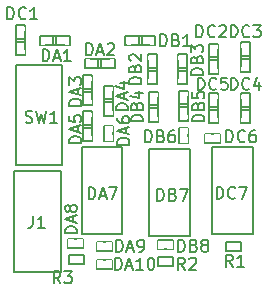
<source format=gbr>
G04 #@! TF.GenerationSoftware,KiCad,Pcbnew,(5.0.1)-3*
G04 #@! TF.CreationDate,2019-03-05T12:35:37-07:00*
G04 #@! TF.ProjectId,BatteryPowerLevel,42617474657279506F7765724C657665,rev?*
G04 #@! TF.SameCoordinates,Original*
G04 #@! TF.FileFunction,Legend,Top*
G04 #@! TF.FilePolarity,Positive*
%FSLAX46Y46*%
G04 Gerber Fmt 4.6, Leading zero omitted, Abs format (unit mm)*
G04 Created by KiCad (PCBNEW (5.0.1)-3) date 2019-03-05 12:35:37 PM*
%MOMM*%
%LPD*%
G01*
G04 APERTURE LIST*
%ADD10C,0.150000*%
%ADD11R,0.800000X0.400000*%
%ADD12R,0.400000X0.800000*%
%ADD13R,0.700000X0.500000*%
%ADD14C,2.000000*%
%ADD15R,2.000000X2.000000*%
%ADD16R,0.500000X0.700000*%
%ADD17C,3.000000*%
%ADD18R,0.300000X0.600000*%
G04 APERTURE END LIST*
D10*
G04 #@! TO.C,DA3*
X139192000Y-90551000D02*
X138430000Y-90551000D01*
X138430000Y-90551000D02*
X138430000Y-88011000D01*
X138430000Y-88011000D02*
X139192000Y-88011000D01*
X139192000Y-88011000D02*
X139192000Y-90551000D01*
X139192000Y-89408000D02*
X138430000Y-89408000D01*
X138430000Y-89408000D02*
X138430000Y-89154000D01*
X138430000Y-89154000D02*
X139192000Y-89154000D01*
G04 #@! TO.C,DA1*
X135890000Y-85471000D02*
X135890000Y-84709000D01*
X136144000Y-85471000D02*
X135890000Y-85471000D01*
X136144000Y-84709000D02*
X136144000Y-85471000D01*
X134747000Y-84709000D02*
X137287000Y-84709000D01*
X134747000Y-85471000D02*
X134747000Y-84709000D01*
X137287000Y-85471000D02*
X134747000Y-85471000D01*
X137287000Y-84709000D02*
X137287000Y-85471000D01*
G04 #@! TO.C,DA2*
X141097000Y-86614000D02*
X141097000Y-87376000D01*
X141097000Y-87376000D02*
X138557000Y-87376000D01*
X138557000Y-87376000D02*
X138557000Y-86614000D01*
X138557000Y-86614000D02*
X141097000Y-86614000D01*
X139954000Y-86614000D02*
X139954000Y-87376000D01*
X139954000Y-87376000D02*
X139700000Y-87376000D01*
X139700000Y-87376000D02*
X139700000Y-86614000D01*
G04 #@! TO.C,DA4*
X140208000Y-90043000D02*
X140970000Y-90043000D01*
X140208000Y-90297000D02*
X140208000Y-90043000D01*
X140970000Y-90297000D02*
X140208000Y-90297000D01*
X140970000Y-88900000D02*
X140970000Y-91440000D01*
X140208000Y-88900000D02*
X140970000Y-88900000D01*
X140208000Y-91440000D02*
X140208000Y-88900000D01*
X140970000Y-91440000D02*
X140208000Y-91440000D01*
G04 #@! TO.C,DA5*
X138430000Y-92202000D02*
X139192000Y-92202000D01*
X138430000Y-92456000D02*
X138430000Y-92202000D01*
X139192000Y-92456000D02*
X138430000Y-92456000D01*
X139192000Y-91059000D02*
X139192000Y-93599000D01*
X138430000Y-91059000D02*
X139192000Y-91059000D01*
X138430000Y-93599000D02*
X138430000Y-91059000D01*
X139192000Y-93599000D02*
X138430000Y-93599000D01*
G04 #@! TO.C,DA6*
X140970000Y-92329000D02*
X140970000Y-93599000D01*
X140970000Y-93599000D02*
X140208000Y-93599000D01*
X140208000Y-93599000D02*
X140208000Y-92329000D01*
X140208000Y-92329000D02*
X140970000Y-92329000D01*
G04 #@! TO.C,DA7*
X141732000Y-94361000D02*
X141732000Y-101473000D01*
X141732000Y-101473000D02*
X138303000Y-101473000D01*
X138303000Y-101473000D02*
X138303000Y-94107000D01*
X138303000Y-94107000D02*
X141732000Y-94107000D01*
X141732000Y-94107000D02*
X141732000Y-94361000D01*
G04 #@! TO.C,DA8*
X137154000Y-102616000D02*
X137154000Y-101854000D01*
X138424000Y-102616000D02*
X137154000Y-102616000D01*
X138424000Y-101854000D02*
X138424000Y-102616000D01*
X137154000Y-101854000D02*
X138424000Y-101854000D01*
G04 #@! TO.C,DA9*
X139567000Y-102108000D02*
X140837000Y-102108000D01*
X140837000Y-102108000D02*
X140837000Y-102870000D01*
X140837000Y-102870000D02*
X139567000Y-102870000D01*
X139567000Y-102870000D02*
X139567000Y-102108000D01*
G04 #@! TO.C,DA10*
X140843000Y-103632000D02*
X140843000Y-104394000D01*
X139573000Y-103632000D02*
X140843000Y-103632000D01*
X139573000Y-104394000D02*
X139573000Y-103632000D01*
X140843000Y-104394000D02*
X139573000Y-104394000D01*
G04 #@! TO.C,DB1*
X144526000Y-84709000D02*
X144526000Y-85471000D01*
X144526000Y-85471000D02*
X141986000Y-85471000D01*
X141986000Y-85471000D02*
X141986000Y-84709000D01*
X141986000Y-84709000D02*
X144526000Y-84709000D01*
X143383000Y-84709000D02*
X143383000Y-85471000D01*
X143383000Y-85471000D02*
X143129000Y-85471000D01*
X143129000Y-85471000D02*
X143129000Y-84709000D01*
G04 #@! TO.C,DB2*
X143891000Y-87376000D02*
X144653000Y-87376000D01*
X143891000Y-87630000D02*
X143891000Y-87376000D01*
X144653000Y-87630000D02*
X143891000Y-87630000D01*
X144653000Y-86233000D02*
X144653000Y-88773000D01*
X143891000Y-86233000D02*
X144653000Y-86233000D01*
X143891000Y-88773000D02*
X143891000Y-86233000D01*
X144653000Y-88773000D02*
X143891000Y-88773000D01*
G04 #@! TO.C,DB3*
X146431000Y-87376000D02*
X147193000Y-87376000D01*
X146431000Y-87630000D02*
X146431000Y-87376000D01*
X147193000Y-87630000D02*
X146431000Y-87630000D01*
X147193000Y-86233000D02*
X147193000Y-88773000D01*
X146431000Y-86233000D02*
X147193000Y-86233000D01*
X146431000Y-88773000D02*
X146431000Y-86233000D01*
X147193000Y-88773000D02*
X146431000Y-88773000D01*
G04 #@! TO.C,DB4*
X144780000Y-91948000D02*
X144018000Y-91948000D01*
X144018000Y-91948000D02*
X144018000Y-89408000D01*
X144018000Y-89408000D02*
X144780000Y-89408000D01*
X144780000Y-89408000D02*
X144780000Y-91948000D01*
X144780000Y-90805000D02*
X144018000Y-90805000D01*
X144018000Y-90805000D02*
X144018000Y-90551000D01*
X144018000Y-90551000D02*
X144780000Y-90551000D01*
G04 #@! TO.C,DB5*
X146558000Y-90440000D02*
X147320000Y-90440000D01*
X146558000Y-90694000D02*
X146558000Y-90440000D01*
X147320000Y-90694000D02*
X146558000Y-90694000D01*
X147320000Y-89297000D02*
X147320000Y-91837000D01*
X146558000Y-89297000D02*
X147320000Y-89297000D01*
X146558000Y-91837000D02*
X146558000Y-89297000D01*
X147320000Y-91837000D02*
X146558000Y-91837000D01*
G04 #@! TO.C,DB6*
X147320000Y-92456000D02*
X147320000Y-93726000D01*
X147320000Y-93726000D02*
X146558000Y-93726000D01*
X146558000Y-93726000D02*
X146558000Y-92456000D01*
X146558000Y-92456000D02*
X147320000Y-92456000D01*
G04 #@! TO.C,DB7*
X147447000Y-94488000D02*
X147447000Y-101600000D01*
X147447000Y-101600000D02*
X144018000Y-101600000D01*
X144018000Y-101600000D02*
X144018000Y-94234000D01*
X144018000Y-94234000D02*
X147447000Y-94234000D01*
X147447000Y-94234000D02*
X147447000Y-94488000D01*
G04 #@! TO.C,DB8*
X144780000Y-101981000D02*
X146050000Y-101981000D01*
X146050000Y-101981000D02*
X146050000Y-102743000D01*
X146050000Y-102743000D02*
X144780000Y-102743000D01*
X144780000Y-102743000D02*
X144780000Y-101981000D01*
G04 #@! TO.C,DC1*
X132730240Y-83789520D02*
X133492240Y-83789520D01*
X133492240Y-83789520D02*
X133492240Y-86329520D01*
X133492240Y-86329520D02*
X132730240Y-86329520D01*
X132730240Y-86329520D02*
X132730240Y-83789520D01*
X132730240Y-84932520D02*
X133492240Y-84932520D01*
X133492240Y-84932520D02*
X133492240Y-85186520D01*
X133492240Y-85186520D02*
X132730240Y-85186520D01*
G04 #@! TO.C,DC2*
X149860000Y-87884000D02*
X149098000Y-87884000D01*
X149098000Y-87884000D02*
X149098000Y-85344000D01*
X149098000Y-85344000D02*
X149860000Y-85344000D01*
X149860000Y-85344000D02*
X149860000Y-87884000D01*
X149860000Y-86741000D02*
X149098000Y-86741000D01*
X149098000Y-86741000D02*
X149098000Y-86487000D01*
X149098000Y-86487000D02*
X149860000Y-86487000D01*
G04 #@! TO.C,DC3*
X151765000Y-86360000D02*
X152527000Y-86360000D01*
X151765000Y-86614000D02*
X151765000Y-86360000D01*
X152527000Y-86614000D02*
X151765000Y-86614000D01*
X152527000Y-85217000D02*
X152527000Y-87757000D01*
X151765000Y-85217000D02*
X152527000Y-85217000D01*
X151765000Y-87757000D02*
X151765000Y-85217000D01*
X152527000Y-87757000D02*
X151765000Y-87757000D01*
G04 #@! TO.C,DC4*
X152527000Y-92075000D02*
X151765000Y-92075000D01*
X151765000Y-92075000D02*
X151765000Y-89535000D01*
X151765000Y-89535000D02*
X152527000Y-89535000D01*
X152527000Y-89535000D02*
X152527000Y-92075000D01*
X152527000Y-90932000D02*
X151765000Y-90932000D01*
X151765000Y-90932000D02*
X151765000Y-90678000D01*
X151765000Y-90678000D02*
X152527000Y-90678000D01*
G04 #@! TO.C,DC5*
X149860000Y-92075000D02*
X149098000Y-92075000D01*
X149098000Y-92075000D02*
X149098000Y-89535000D01*
X149098000Y-89535000D02*
X149860000Y-89535000D01*
X149860000Y-89535000D02*
X149860000Y-92075000D01*
X149860000Y-90932000D02*
X149098000Y-90932000D01*
X149098000Y-90932000D02*
X149098000Y-90678000D01*
X149098000Y-90678000D02*
X149860000Y-90678000D01*
G04 #@! TO.C,DC6*
X149987000Y-92964000D02*
X149987000Y-93726000D01*
X148717000Y-92964000D02*
X149987000Y-92964000D01*
X148717000Y-93726000D02*
X148717000Y-92964000D01*
X149987000Y-93726000D02*
X148717000Y-93726000D01*
G04 #@! TO.C,DC7*
X152781000Y-94107000D02*
X152781000Y-94361000D01*
X149352000Y-94107000D02*
X152781000Y-94107000D01*
X149352000Y-101473000D02*
X149352000Y-94107000D01*
X152781000Y-101473000D02*
X149352000Y-101473000D01*
X152781000Y-94361000D02*
X152781000Y-101473000D01*
G04 #@! TO.C,J1*
X136525000Y-96139000D02*
X136525000Y-104648000D01*
X136525000Y-104648000D02*
X132588000Y-104648000D01*
X132588000Y-104648000D02*
X132588000Y-96139000D01*
X132588000Y-96139000D02*
X136525000Y-96139000D01*
G04 #@! TO.C,R1*
X151765000Y-102870000D02*
X150495000Y-102870000D01*
X150495000Y-102870000D02*
X150495000Y-102108000D01*
X150495000Y-102108000D02*
X151765000Y-102108000D01*
X151765000Y-102108000D02*
X151765000Y-102870000D01*
G04 #@! TO.C,R2*
X146050000Y-104140000D02*
X144780000Y-104140000D01*
X144780000Y-104140000D02*
X144780000Y-103378000D01*
X144780000Y-103378000D02*
X146050000Y-103378000D01*
X146050000Y-103378000D02*
X146050000Y-104140000D01*
G04 #@! TO.C,R3*
X138453000Y-103251000D02*
X138453000Y-104013000D01*
X137183000Y-103251000D02*
X138453000Y-103251000D01*
X137183000Y-104013000D02*
X137183000Y-103251000D01*
X138453000Y-104013000D02*
X137183000Y-104013000D01*
G04 #@! TO.C,SW1*
X136652000Y-95631000D02*
X132715000Y-95631000D01*
X136652000Y-87122000D02*
X136652000Y-95631000D01*
X132715000Y-87122000D02*
X136652000Y-87122000D01*
X132715000Y-95631000D02*
X132715000Y-87122000D01*
G04 #@! TO.C,DA3*
X138247380Y-90574666D02*
X137247380Y-90574666D01*
X137247380Y-90336571D01*
X137295000Y-90193714D01*
X137390238Y-90098476D01*
X137485476Y-90050857D01*
X137675952Y-90003238D01*
X137818809Y-90003238D01*
X138009285Y-90050857D01*
X138104523Y-90098476D01*
X138199761Y-90193714D01*
X138247380Y-90336571D01*
X138247380Y-90574666D01*
X137961666Y-89622285D02*
X137961666Y-89146095D01*
X138247380Y-89717523D02*
X137247380Y-89384190D01*
X138247380Y-89050857D01*
X137247380Y-88812761D02*
X137247380Y-88193714D01*
X137628333Y-88527047D01*
X137628333Y-88384190D01*
X137675952Y-88288952D01*
X137723571Y-88241333D01*
X137818809Y-88193714D01*
X138056904Y-88193714D01*
X138152142Y-88241333D01*
X138199761Y-88288952D01*
X138247380Y-88384190D01*
X138247380Y-88669904D01*
X138199761Y-88765142D01*
X138152142Y-88812761D01*
G04 #@! TO.C,DA1*
X134977333Y-86812380D02*
X134977333Y-85812380D01*
X135215428Y-85812380D01*
X135358285Y-85860000D01*
X135453523Y-85955238D01*
X135501142Y-86050476D01*
X135548761Y-86240952D01*
X135548761Y-86383809D01*
X135501142Y-86574285D01*
X135453523Y-86669523D01*
X135358285Y-86764761D01*
X135215428Y-86812380D01*
X134977333Y-86812380D01*
X135929714Y-86526666D02*
X136405904Y-86526666D01*
X135834476Y-86812380D02*
X136167809Y-85812380D01*
X136501142Y-86812380D01*
X137358285Y-86812380D02*
X136786857Y-86812380D01*
X137072571Y-86812380D02*
X137072571Y-85812380D01*
X136977333Y-85955238D01*
X136882095Y-86050476D01*
X136786857Y-86098095D01*
G04 #@! TO.C,DA2*
X138660333Y-86304380D02*
X138660333Y-85304380D01*
X138898428Y-85304380D01*
X139041285Y-85352000D01*
X139136523Y-85447238D01*
X139184142Y-85542476D01*
X139231761Y-85732952D01*
X139231761Y-85875809D01*
X139184142Y-86066285D01*
X139136523Y-86161523D01*
X139041285Y-86256761D01*
X138898428Y-86304380D01*
X138660333Y-86304380D01*
X139612714Y-86018666D02*
X140088904Y-86018666D01*
X139517476Y-86304380D02*
X139850809Y-85304380D01*
X140184142Y-86304380D01*
X140469857Y-85399619D02*
X140517476Y-85352000D01*
X140612714Y-85304380D01*
X140850809Y-85304380D01*
X140946047Y-85352000D01*
X140993666Y-85399619D01*
X141041285Y-85494857D01*
X141041285Y-85590095D01*
X140993666Y-85732952D01*
X140422238Y-86304380D01*
X141041285Y-86304380D01*
G04 #@! TO.C,DA4*
X142184380Y-90955666D02*
X141184380Y-90955666D01*
X141184380Y-90717571D01*
X141232000Y-90574714D01*
X141327238Y-90479476D01*
X141422476Y-90431857D01*
X141612952Y-90384238D01*
X141755809Y-90384238D01*
X141946285Y-90431857D01*
X142041523Y-90479476D01*
X142136761Y-90574714D01*
X142184380Y-90717571D01*
X142184380Y-90955666D01*
X141898666Y-90003285D02*
X141898666Y-89527095D01*
X142184380Y-90098523D02*
X141184380Y-89765190D01*
X142184380Y-89431857D01*
X141517714Y-88669952D02*
X142184380Y-88669952D01*
X141136761Y-88908047D02*
X141851047Y-89146142D01*
X141851047Y-88527095D01*
G04 #@! TO.C,DA5*
X138247380Y-93749666D02*
X137247380Y-93749666D01*
X137247380Y-93511571D01*
X137295000Y-93368714D01*
X137390238Y-93273476D01*
X137485476Y-93225857D01*
X137675952Y-93178238D01*
X137818809Y-93178238D01*
X138009285Y-93225857D01*
X138104523Y-93273476D01*
X138199761Y-93368714D01*
X138247380Y-93511571D01*
X138247380Y-93749666D01*
X137961666Y-92797285D02*
X137961666Y-92321095D01*
X138247380Y-92892523D02*
X137247380Y-92559190D01*
X138247380Y-92225857D01*
X137247380Y-91416333D02*
X137247380Y-91892523D01*
X137723571Y-91940142D01*
X137675952Y-91892523D01*
X137628333Y-91797285D01*
X137628333Y-91559190D01*
X137675952Y-91463952D01*
X137723571Y-91416333D01*
X137818809Y-91368714D01*
X138056904Y-91368714D01*
X138152142Y-91416333D01*
X138199761Y-91463952D01*
X138247380Y-91559190D01*
X138247380Y-91797285D01*
X138199761Y-91892523D01*
X138152142Y-91940142D01*
G04 #@! TO.C,DA6*
X142311380Y-93876666D02*
X141311380Y-93876666D01*
X141311380Y-93638571D01*
X141359000Y-93495714D01*
X141454238Y-93400476D01*
X141549476Y-93352857D01*
X141739952Y-93305238D01*
X141882809Y-93305238D01*
X142073285Y-93352857D01*
X142168523Y-93400476D01*
X142263761Y-93495714D01*
X142311380Y-93638571D01*
X142311380Y-93876666D01*
X142025666Y-92924285D02*
X142025666Y-92448095D01*
X142311380Y-93019523D02*
X141311380Y-92686190D01*
X142311380Y-92352857D01*
X141311380Y-91590952D02*
X141311380Y-91781428D01*
X141359000Y-91876666D01*
X141406619Y-91924285D01*
X141549476Y-92019523D01*
X141739952Y-92067142D01*
X142120904Y-92067142D01*
X142216142Y-92019523D01*
X142263761Y-91971904D01*
X142311380Y-91876666D01*
X142311380Y-91686190D01*
X142263761Y-91590952D01*
X142216142Y-91543333D01*
X142120904Y-91495714D01*
X141882809Y-91495714D01*
X141787571Y-91543333D01*
X141739952Y-91590952D01*
X141692333Y-91686190D01*
X141692333Y-91876666D01*
X141739952Y-91971904D01*
X141787571Y-92019523D01*
X141882809Y-92067142D01*
G04 #@! TO.C,DA7*
X138866073Y-98496380D02*
X138866073Y-97496380D01*
X139104168Y-97496380D01*
X139247025Y-97544000D01*
X139342263Y-97639238D01*
X139389882Y-97734476D01*
X139437501Y-97924952D01*
X139437501Y-98067809D01*
X139389882Y-98258285D01*
X139342263Y-98353523D01*
X139247025Y-98448761D01*
X139104168Y-98496380D01*
X138866073Y-98496380D01*
X139818454Y-98210666D02*
X140294644Y-98210666D01*
X139723216Y-98496380D02*
X140056549Y-97496380D01*
X140389882Y-98496380D01*
X140627978Y-97496380D02*
X141294644Y-97496380D01*
X140866073Y-98496380D01*
G04 #@! TO.C,DA8*
X137866380Y-101369666D02*
X136866380Y-101369666D01*
X136866380Y-101131571D01*
X136914000Y-100988714D01*
X137009238Y-100893476D01*
X137104476Y-100845857D01*
X137294952Y-100798238D01*
X137437809Y-100798238D01*
X137628285Y-100845857D01*
X137723523Y-100893476D01*
X137818761Y-100988714D01*
X137866380Y-101131571D01*
X137866380Y-101369666D01*
X137580666Y-100417285D02*
X137580666Y-99941095D01*
X137866380Y-100512523D02*
X136866380Y-100179190D01*
X137866380Y-99845857D01*
X137294952Y-99369666D02*
X137247333Y-99464904D01*
X137199714Y-99512523D01*
X137104476Y-99560142D01*
X137056857Y-99560142D01*
X136961619Y-99512523D01*
X136914000Y-99464904D01*
X136866380Y-99369666D01*
X136866380Y-99179190D01*
X136914000Y-99083952D01*
X136961619Y-99036333D01*
X137056857Y-98988714D01*
X137104476Y-98988714D01*
X137199714Y-99036333D01*
X137247333Y-99083952D01*
X137294952Y-99179190D01*
X137294952Y-99369666D01*
X137342571Y-99464904D01*
X137390190Y-99512523D01*
X137485428Y-99560142D01*
X137675904Y-99560142D01*
X137771142Y-99512523D01*
X137818761Y-99464904D01*
X137866380Y-99369666D01*
X137866380Y-99179190D01*
X137818761Y-99083952D01*
X137771142Y-99036333D01*
X137675904Y-98988714D01*
X137485428Y-98988714D01*
X137390190Y-99036333D01*
X137342571Y-99083952D01*
X137294952Y-99179190D01*
G04 #@! TO.C,DA9*
X141194333Y-102941380D02*
X141194333Y-101941380D01*
X141432428Y-101941380D01*
X141575285Y-101989000D01*
X141670523Y-102084238D01*
X141718142Y-102179476D01*
X141765761Y-102369952D01*
X141765761Y-102512809D01*
X141718142Y-102703285D01*
X141670523Y-102798523D01*
X141575285Y-102893761D01*
X141432428Y-102941380D01*
X141194333Y-102941380D01*
X142146714Y-102655666D02*
X142622904Y-102655666D01*
X142051476Y-102941380D02*
X142384809Y-101941380D01*
X142718142Y-102941380D01*
X143099095Y-102941380D02*
X143289571Y-102941380D01*
X143384809Y-102893761D01*
X143432428Y-102846142D01*
X143527666Y-102703285D01*
X143575285Y-102512809D01*
X143575285Y-102131857D01*
X143527666Y-102036619D01*
X143480047Y-101989000D01*
X143384809Y-101941380D01*
X143194333Y-101941380D01*
X143099095Y-101989000D01*
X143051476Y-102036619D01*
X143003857Y-102131857D01*
X143003857Y-102369952D01*
X143051476Y-102465190D01*
X143099095Y-102512809D01*
X143194333Y-102560428D01*
X143384809Y-102560428D01*
X143480047Y-102512809D01*
X143527666Y-102465190D01*
X143575285Y-102369952D01*
G04 #@! TO.C,DA10*
X141105142Y-104465380D02*
X141105142Y-103465380D01*
X141343238Y-103465380D01*
X141486095Y-103513000D01*
X141581333Y-103608238D01*
X141628952Y-103703476D01*
X141676571Y-103893952D01*
X141676571Y-104036809D01*
X141628952Y-104227285D01*
X141581333Y-104322523D01*
X141486095Y-104417761D01*
X141343238Y-104465380D01*
X141105142Y-104465380D01*
X142057523Y-104179666D02*
X142533714Y-104179666D01*
X141962285Y-104465380D02*
X142295619Y-103465380D01*
X142628952Y-104465380D01*
X143486095Y-104465380D02*
X142914666Y-104465380D01*
X143200380Y-104465380D02*
X143200380Y-103465380D01*
X143105142Y-103608238D01*
X143009904Y-103703476D01*
X142914666Y-103751095D01*
X144105142Y-103465380D02*
X144200380Y-103465380D01*
X144295619Y-103513000D01*
X144343238Y-103560619D01*
X144390857Y-103655857D01*
X144438476Y-103846333D01*
X144438476Y-104084428D01*
X144390857Y-104274904D01*
X144343238Y-104370142D01*
X144295619Y-104417761D01*
X144200380Y-104465380D01*
X144105142Y-104465380D01*
X144009904Y-104417761D01*
X143962285Y-104370142D01*
X143914666Y-104274904D01*
X143867047Y-104084428D01*
X143867047Y-103846333D01*
X143914666Y-103655857D01*
X143962285Y-103560619D01*
X144009904Y-103513000D01*
X144105142Y-103465380D01*
G04 #@! TO.C,DB1*
X144938904Y-85542380D02*
X144938904Y-84542380D01*
X145177000Y-84542380D01*
X145319857Y-84590000D01*
X145415095Y-84685238D01*
X145462714Y-84780476D01*
X145510333Y-84970952D01*
X145510333Y-85113809D01*
X145462714Y-85304285D01*
X145415095Y-85399523D01*
X145319857Y-85494761D01*
X145177000Y-85542380D01*
X144938904Y-85542380D01*
X146272238Y-85018571D02*
X146415095Y-85066190D01*
X146462714Y-85113809D01*
X146510333Y-85209047D01*
X146510333Y-85351904D01*
X146462714Y-85447142D01*
X146415095Y-85494761D01*
X146319857Y-85542380D01*
X145938904Y-85542380D01*
X145938904Y-84542380D01*
X146272238Y-84542380D01*
X146367476Y-84590000D01*
X146415095Y-84637619D01*
X146462714Y-84732857D01*
X146462714Y-84828095D01*
X146415095Y-84923333D01*
X146367476Y-84970952D01*
X146272238Y-85018571D01*
X145938904Y-85018571D01*
X147462714Y-85542380D02*
X146891285Y-85542380D01*
X147177000Y-85542380D02*
X147177000Y-84542380D01*
X147081761Y-84685238D01*
X146986523Y-84780476D01*
X146891285Y-84828095D01*
G04 #@! TO.C,DB2*
X143327380Y-88741095D02*
X142327380Y-88741095D01*
X142327380Y-88503000D01*
X142375000Y-88360142D01*
X142470238Y-88264904D01*
X142565476Y-88217285D01*
X142755952Y-88169666D01*
X142898809Y-88169666D01*
X143089285Y-88217285D01*
X143184523Y-88264904D01*
X143279761Y-88360142D01*
X143327380Y-88503000D01*
X143327380Y-88741095D01*
X142803571Y-87407761D02*
X142851190Y-87264904D01*
X142898809Y-87217285D01*
X142994047Y-87169666D01*
X143136904Y-87169666D01*
X143232142Y-87217285D01*
X143279761Y-87264904D01*
X143327380Y-87360142D01*
X143327380Y-87741095D01*
X142327380Y-87741095D01*
X142327380Y-87407761D01*
X142375000Y-87312523D01*
X142422619Y-87264904D01*
X142517857Y-87217285D01*
X142613095Y-87217285D01*
X142708333Y-87264904D01*
X142755952Y-87312523D01*
X142803571Y-87407761D01*
X142803571Y-87741095D01*
X142422619Y-86788714D02*
X142375000Y-86741095D01*
X142327380Y-86645857D01*
X142327380Y-86407761D01*
X142375000Y-86312523D01*
X142422619Y-86264904D01*
X142517857Y-86217285D01*
X142613095Y-86217285D01*
X142755952Y-86264904D01*
X143327380Y-86836333D01*
X143327380Y-86217285D01*
G04 #@! TO.C,DB3*
X148534380Y-87979095D02*
X147534380Y-87979095D01*
X147534380Y-87741000D01*
X147582000Y-87598142D01*
X147677238Y-87502904D01*
X147772476Y-87455285D01*
X147962952Y-87407666D01*
X148105809Y-87407666D01*
X148296285Y-87455285D01*
X148391523Y-87502904D01*
X148486761Y-87598142D01*
X148534380Y-87741000D01*
X148534380Y-87979095D01*
X148010571Y-86645761D02*
X148058190Y-86502904D01*
X148105809Y-86455285D01*
X148201047Y-86407666D01*
X148343904Y-86407666D01*
X148439142Y-86455285D01*
X148486761Y-86502904D01*
X148534380Y-86598142D01*
X148534380Y-86979095D01*
X147534380Y-86979095D01*
X147534380Y-86645761D01*
X147582000Y-86550523D01*
X147629619Y-86502904D01*
X147724857Y-86455285D01*
X147820095Y-86455285D01*
X147915333Y-86502904D01*
X147962952Y-86550523D01*
X148010571Y-86645761D01*
X148010571Y-86979095D01*
X147534380Y-86074333D02*
X147534380Y-85455285D01*
X147915333Y-85788619D01*
X147915333Y-85645761D01*
X147962952Y-85550523D01*
X148010571Y-85502904D01*
X148105809Y-85455285D01*
X148343904Y-85455285D01*
X148439142Y-85502904D01*
X148486761Y-85550523D01*
X148534380Y-85645761D01*
X148534380Y-85931476D01*
X148486761Y-86026714D01*
X148439142Y-86074333D01*
G04 #@! TO.C,DB4*
X143454380Y-91916095D02*
X142454380Y-91916095D01*
X142454380Y-91678000D01*
X142502000Y-91535142D01*
X142597238Y-91439904D01*
X142692476Y-91392285D01*
X142882952Y-91344666D01*
X143025809Y-91344666D01*
X143216285Y-91392285D01*
X143311523Y-91439904D01*
X143406761Y-91535142D01*
X143454380Y-91678000D01*
X143454380Y-91916095D01*
X142930571Y-90582761D02*
X142978190Y-90439904D01*
X143025809Y-90392285D01*
X143121047Y-90344666D01*
X143263904Y-90344666D01*
X143359142Y-90392285D01*
X143406761Y-90439904D01*
X143454380Y-90535142D01*
X143454380Y-90916095D01*
X142454380Y-90916095D01*
X142454380Y-90582761D01*
X142502000Y-90487523D01*
X142549619Y-90439904D01*
X142644857Y-90392285D01*
X142740095Y-90392285D01*
X142835333Y-90439904D01*
X142882952Y-90487523D01*
X142930571Y-90582761D01*
X142930571Y-90916095D01*
X142787714Y-89487523D02*
X143454380Y-89487523D01*
X142406761Y-89725619D02*
X143121047Y-89963714D01*
X143121047Y-89344666D01*
G04 #@! TO.C,DB5*
X148661380Y-91916095D02*
X147661380Y-91916095D01*
X147661380Y-91678000D01*
X147709000Y-91535142D01*
X147804238Y-91439904D01*
X147899476Y-91392285D01*
X148089952Y-91344666D01*
X148232809Y-91344666D01*
X148423285Y-91392285D01*
X148518523Y-91439904D01*
X148613761Y-91535142D01*
X148661380Y-91678000D01*
X148661380Y-91916095D01*
X148137571Y-90582761D02*
X148185190Y-90439904D01*
X148232809Y-90392285D01*
X148328047Y-90344666D01*
X148470904Y-90344666D01*
X148566142Y-90392285D01*
X148613761Y-90439904D01*
X148661380Y-90535142D01*
X148661380Y-90916095D01*
X147661380Y-90916095D01*
X147661380Y-90582761D01*
X147709000Y-90487523D01*
X147756619Y-90439904D01*
X147851857Y-90392285D01*
X147947095Y-90392285D01*
X148042333Y-90439904D01*
X148089952Y-90487523D01*
X148137571Y-90582761D01*
X148137571Y-90916095D01*
X147661380Y-89439904D02*
X147661380Y-89916095D01*
X148137571Y-89963714D01*
X148089952Y-89916095D01*
X148042333Y-89820857D01*
X148042333Y-89582761D01*
X148089952Y-89487523D01*
X148137571Y-89439904D01*
X148232809Y-89392285D01*
X148470904Y-89392285D01*
X148566142Y-89439904D01*
X148613761Y-89487523D01*
X148661380Y-89582761D01*
X148661380Y-89820857D01*
X148613761Y-89916095D01*
X148566142Y-89963714D01*
G04 #@! TO.C,DB6*
X143668904Y-93670380D02*
X143668904Y-92670380D01*
X143907000Y-92670380D01*
X144049857Y-92718000D01*
X144145095Y-92813238D01*
X144192714Y-92908476D01*
X144240333Y-93098952D01*
X144240333Y-93241809D01*
X144192714Y-93432285D01*
X144145095Y-93527523D01*
X144049857Y-93622761D01*
X143907000Y-93670380D01*
X143668904Y-93670380D01*
X145002238Y-93146571D02*
X145145095Y-93194190D01*
X145192714Y-93241809D01*
X145240333Y-93337047D01*
X145240333Y-93479904D01*
X145192714Y-93575142D01*
X145145095Y-93622761D01*
X145049857Y-93670380D01*
X144668904Y-93670380D01*
X144668904Y-92670380D01*
X145002238Y-92670380D01*
X145097476Y-92718000D01*
X145145095Y-92765619D01*
X145192714Y-92860857D01*
X145192714Y-92956095D01*
X145145095Y-93051333D01*
X145097476Y-93098952D01*
X145002238Y-93146571D01*
X144668904Y-93146571D01*
X146097476Y-92670380D02*
X145907000Y-92670380D01*
X145811761Y-92718000D01*
X145764142Y-92765619D01*
X145668904Y-92908476D01*
X145621285Y-93098952D01*
X145621285Y-93479904D01*
X145668904Y-93575142D01*
X145716523Y-93622761D01*
X145811761Y-93670380D01*
X146002238Y-93670380D01*
X146097476Y-93622761D01*
X146145095Y-93575142D01*
X146192714Y-93479904D01*
X146192714Y-93241809D01*
X146145095Y-93146571D01*
X146097476Y-93098952D01*
X146002238Y-93051333D01*
X145811761Y-93051333D01*
X145716523Y-93098952D01*
X145668904Y-93146571D01*
X145621285Y-93241809D01*
G04 #@! TO.C,DB7*
X144684904Y-98623380D02*
X144684904Y-97623380D01*
X144923000Y-97623380D01*
X145065857Y-97671000D01*
X145161095Y-97766238D01*
X145208714Y-97861476D01*
X145256333Y-98051952D01*
X145256333Y-98194809D01*
X145208714Y-98385285D01*
X145161095Y-98480523D01*
X145065857Y-98575761D01*
X144923000Y-98623380D01*
X144684904Y-98623380D01*
X146018238Y-98099571D02*
X146161095Y-98147190D01*
X146208714Y-98194809D01*
X146256333Y-98290047D01*
X146256333Y-98432904D01*
X146208714Y-98528142D01*
X146161095Y-98575761D01*
X146065857Y-98623380D01*
X145684904Y-98623380D01*
X145684904Y-97623380D01*
X146018238Y-97623380D01*
X146113476Y-97671000D01*
X146161095Y-97718619D01*
X146208714Y-97813857D01*
X146208714Y-97909095D01*
X146161095Y-98004333D01*
X146113476Y-98051952D01*
X146018238Y-98099571D01*
X145684904Y-98099571D01*
X146589666Y-97623380D02*
X147256333Y-97623380D01*
X146827761Y-98623380D01*
G04 #@! TO.C,DB8*
X146462904Y-102941380D02*
X146462904Y-101941380D01*
X146701000Y-101941380D01*
X146843857Y-101989000D01*
X146939095Y-102084238D01*
X146986714Y-102179476D01*
X147034333Y-102369952D01*
X147034333Y-102512809D01*
X146986714Y-102703285D01*
X146939095Y-102798523D01*
X146843857Y-102893761D01*
X146701000Y-102941380D01*
X146462904Y-102941380D01*
X147796238Y-102417571D02*
X147939095Y-102465190D01*
X147986714Y-102512809D01*
X148034333Y-102608047D01*
X148034333Y-102750904D01*
X147986714Y-102846142D01*
X147939095Y-102893761D01*
X147843857Y-102941380D01*
X147462904Y-102941380D01*
X147462904Y-101941380D01*
X147796238Y-101941380D01*
X147891476Y-101989000D01*
X147939095Y-102036619D01*
X147986714Y-102131857D01*
X147986714Y-102227095D01*
X147939095Y-102322333D01*
X147891476Y-102369952D01*
X147796238Y-102417571D01*
X147462904Y-102417571D01*
X148605761Y-102369952D02*
X148510523Y-102322333D01*
X148462904Y-102274714D01*
X148415285Y-102179476D01*
X148415285Y-102131857D01*
X148462904Y-102036619D01*
X148510523Y-101989000D01*
X148605761Y-101941380D01*
X148796238Y-101941380D01*
X148891476Y-101989000D01*
X148939095Y-102036619D01*
X148986714Y-102131857D01*
X148986714Y-102179476D01*
X148939095Y-102274714D01*
X148891476Y-102322333D01*
X148796238Y-102369952D01*
X148605761Y-102369952D01*
X148510523Y-102417571D01*
X148462904Y-102465190D01*
X148415285Y-102560428D01*
X148415285Y-102750904D01*
X148462904Y-102846142D01*
X148510523Y-102893761D01*
X148605761Y-102941380D01*
X148796238Y-102941380D01*
X148891476Y-102893761D01*
X148939095Y-102846142D01*
X148986714Y-102750904D01*
X148986714Y-102560428D01*
X148939095Y-102465190D01*
X148891476Y-102417571D01*
X148796238Y-102369952D01*
G04 #@! TO.C,DC1*
X131984904Y-83256380D02*
X131984904Y-82256380D01*
X132223000Y-82256380D01*
X132365857Y-82304000D01*
X132461095Y-82399238D01*
X132508714Y-82494476D01*
X132556333Y-82684952D01*
X132556333Y-82827809D01*
X132508714Y-83018285D01*
X132461095Y-83113523D01*
X132365857Y-83208761D01*
X132223000Y-83256380D01*
X131984904Y-83256380D01*
X133556333Y-83161142D02*
X133508714Y-83208761D01*
X133365857Y-83256380D01*
X133270619Y-83256380D01*
X133127761Y-83208761D01*
X133032523Y-83113523D01*
X132984904Y-83018285D01*
X132937285Y-82827809D01*
X132937285Y-82684952D01*
X132984904Y-82494476D01*
X133032523Y-82399238D01*
X133127761Y-82304000D01*
X133270619Y-82256380D01*
X133365857Y-82256380D01*
X133508714Y-82304000D01*
X133556333Y-82351619D01*
X134508714Y-83256380D02*
X133937285Y-83256380D01*
X134223000Y-83256380D02*
X134223000Y-82256380D01*
X134127761Y-82399238D01*
X134032523Y-82494476D01*
X133937285Y-82542095D01*
G04 #@! TO.C,DC2*
X147986904Y-84780380D02*
X147986904Y-83780380D01*
X148225000Y-83780380D01*
X148367857Y-83828000D01*
X148463095Y-83923238D01*
X148510714Y-84018476D01*
X148558333Y-84208952D01*
X148558333Y-84351809D01*
X148510714Y-84542285D01*
X148463095Y-84637523D01*
X148367857Y-84732761D01*
X148225000Y-84780380D01*
X147986904Y-84780380D01*
X149558333Y-84685142D02*
X149510714Y-84732761D01*
X149367857Y-84780380D01*
X149272619Y-84780380D01*
X149129761Y-84732761D01*
X149034523Y-84637523D01*
X148986904Y-84542285D01*
X148939285Y-84351809D01*
X148939285Y-84208952D01*
X148986904Y-84018476D01*
X149034523Y-83923238D01*
X149129761Y-83828000D01*
X149272619Y-83780380D01*
X149367857Y-83780380D01*
X149510714Y-83828000D01*
X149558333Y-83875619D01*
X149939285Y-83875619D02*
X149986904Y-83828000D01*
X150082142Y-83780380D01*
X150320238Y-83780380D01*
X150415476Y-83828000D01*
X150463095Y-83875619D01*
X150510714Y-83970857D01*
X150510714Y-84066095D01*
X150463095Y-84208952D01*
X149891666Y-84780380D01*
X150510714Y-84780380D01*
G04 #@! TO.C,DC3*
X150907904Y-84780380D02*
X150907904Y-83780380D01*
X151146000Y-83780380D01*
X151288857Y-83828000D01*
X151384095Y-83923238D01*
X151431714Y-84018476D01*
X151479333Y-84208952D01*
X151479333Y-84351809D01*
X151431714Y-84542285D01*
X151384095Y-84637523D01*
X151288857Y-84732761D01*
X151146000Y-84780380D01*
X150907904Y-84780380D01*
X152479333Y-84685142D02*
X152431714Y-84732761D01*
X152288857Y-84780380D01*
X152193619Y-84780380D01*
X152050761Y-84732761D01*
X151955523Y-84637523D01*
X151907904Y-84542285D01*
X151860285Y-84351809D01*
X151860285Y-84208952D01*
X151907904Y-84018476D01*
X151955523Y-83923238D01*
X152050761Y-83828000D01*
X152193619Y-83780380D01*
X152288857Y-83780380D01*
X152431714Y-83828000D01*
X152479333Y-83875619D01*
X152812666Y-83780380D02*
X153431714Y-83780380D01*
X153098380Y-84161333D01*
X153241238Y-84161333D01*
X153336476Y-84208952D01*
X153384095Y-84256571D01*
X153431714Y-84351809D01*
X153431714Y-84589904D01*
X153384095Y-84685142D01*
X153336476Y-84732761D01*
X153241238Y-84780380D01*
X152955523Y-84780380D01*
X152860285Y-84732761D01*
X152812666Y-84685142D01*
G04 #@! TO.C,DC4*
X150907904Y-89225380D02*
X150907904Y-88225380D01*
X151146000Y-88225380D01*
X151288857Y-88273000D01*
X151384095Y-88368238D01*
X151431714Y-88463476D01*
X151479333Y-88653952D01*
X151479333Y-88796809D01*
X151431714Y-88987285D01*
X151384095Y-89082523D01*
X151288857Y-89177761D01*
X151146000Y-89225380D01*
X150907904Y-89225380D01*
X152479333Y-89130142D02*
X152431714Y-89177761D01*
X152288857Y-89225380D01*
X152193619Y-89225380D01*
X152050761Y-89177761D01*
X151955523Y-89082523D01*
X151907904Y-88987285D01*
X151860285Y-88796809D01*
X151860285Y-88653952D01*
X151907904Y-88463476D01*
X151955523Y-88368238D01*
X152050761Y-88273000D01*
X152193619Y-88225380D01*
X152288857Y-88225380D01*
X152431714Y-88273000D01*
X152479333Y-88320619D01*
X153336476Y-88558714D02*
X153336476Y-89225380D01*
X153098380Y-88177761D02*
X152860285Y-88892047D01*
X153479333Y-88892047D01*
G04 #@! TO.C,DC5*
X148113904Y-89225380D02*
X148113904Y-88225380D01*
X148352000Y-88225380D01*
X148494857Y-88273000D01*
X148590095Y-88368238D01*
X148637714Y-88463476D01*
X148685333Y-88653952D01*
X148685333Y-88796809D01*
X148637714Y-88987285D01*
X148590095Y-89082523D01*
X148494857Y-89177761D01*
X148352000Y-89225380D01*
X148113904Y-89225380D01*
X149685333Y-89130142D02*
X149637714Y-89177761D01*
X149494857Y-89225380D01*
X149399619Y-89225380D01*
X149256761Y-89177761D01*
X149161523Y-89082523D01*
X149113904Y-88987285D01*
X149066285Y-88796809D01*
X149066285Y-88653952D01*
X149113904Y-88463476D01*
X149161523Y-88368238D01*
X149256761Y-88273000D01*
X149399619Y-88225380D01*
X149494857Y-88225380D01*
X149637714Y-88273000D01*
X149685333Y-88320619D01*
X150590095Y-88225380D02*
X150113904Y-88225380D01*
X150066285Y-88701571D01*
X150113904Y-88653952D01*
X150209142Y-88606333D01*
X150447238Y-88606333D01*
X150542476Y-88653952D01*
X150590095Y-88701571D01*
X150637714Y-88796809D01*
X150637714Y-89034904D01*
X150590095Y-89130142D01*
X150542476Y-89177761D01*
X150447238Y-89225380D01*
X150209142Y-89225380D01*
X150113904Y-89177761D01*
X150066285Y-89130142D01*
G04 #@! TO.C,DC6*
X150526904Y-93670380D02*
X150526904Y-92670380D01*
X150765000Y-92670380D01*
X150907857Y-92718000D01*
X151003095Y-92813238D01*
X151050714Y-92908476D01*
X151098333Y-93098952D01*
X151098333Y-93241809D01*
X151050714Y-93432285D01*
X151003095Y-93527523D01*
X150907857Y-93622761D01*
X150765000Y-93670380D01*
X150526904Y-93670380D01*
X152098333Y-93575142D02*
X152050714Y-93622761D01*
X151907857Y-93670380D01*
X151812619Y-93670380D01*
X151669761Y-93622761D01*
X151574523Y-93527523D01*
X151526904Y-93432285D01*
X151479285Y-93241809D01*
X151479285Y-93098952D01*
X151526904Y-92908476D01*
X151574523Y-92813238D01*
X151669761Y-92718000D01*
X151812619Y-92670380D01*
X151907857Y-92670380D01*
X152050714Y-92718000D01*
X152098333Y-92765619D01*
X152955476Y-92670380D02*
X152765000Y-92670380D01*
X152669761Y-92718000D01*
X152622142Y-92765619D01*
X152526904Y-92908476D01*
X152479285Y-93098952D01*
X152479285Y-93479904D01*
X152526904Y-93575142D01*
X152574523Y-93622761D01*
X152669761Y-93670380D01*
X152860238Y-93670380D01*
X152955476Y-93622761D01*
X153003095Y-93575142D01*
X153050714Y-93479904D01*
X153050714Y-93241809D01*
X153003095Y-93146571D01*
X152955476Y-93098952D01*
X152860238Y-93051333D01*
X152669761Y-93051333D01*
X152574523Y-93098952D01*
X152526904Y-93146571D01*
X152479285Y-93241809D01*
G04 #@! TO.C,DC7*
X149701404Y-98460820D02*
X149701404Y-97460820D01*
X149939500Y-97460820D01*
X150082357Y-97508440D01*
X150177595Y-97603678D01*
X150225214Y-97698916D01*
X150272833Y-97889392D01*
X150272833Y-98032249D01*
X150225214Y-98222725D01*
X150177595Y-98317963D01*
X150082357Y-98413201D01*
X149939500Y-98460820D01*
X149701404Y-98460820D01*
X151272833Y-98365582D02*
X151225214Y-98413201D01*
X151082357Y-98460820D01*
X150987119Y-98460820D01*
X150844261Y-98413201D01*
X150749023Y-98317963D01*
X150701404Y-98222725D01*
X150653785Y-98032249D01*
X150653785Y-97889392D01*
X150701404Y-97698916D01*
X150749023Y-97603678D01*
X150844261Y-97508440D01*
X150987119Y-97460820D01*
X151082357Y-97460820D01*
X151225214Y-97508440D01*
X151272833Y-97556059D01*
X151606166Y-97460820D02*
X152272833Y-97460820D01*
X151844261Y-98460820D01*
G04 #@! TO.C,J1*
X134159666Y-99909380D02*
X134159666Y-100623666D01*
X134112047Y-100766523D01*
X134016809Y-100861761D01*
X133873952Y-100909380D01*
X133778714Y-100909380D01*
X135159666Y-100909380D02*
X134588238Y-100909380D01*
X134873952Y-100909380D02*
X134873952Y-99909380D01*
X134778714Y-100052238D01*
X134683476Y-100147476D01*
X134588238Y-100195095D01*
G04 #@! TO.C,R1*
X151067333Y-104211380D02*
X150734000Y-103735190D01*
X150495904Y-104211380D02*
X150495904Y-103211380D01*
X150876857Y-103211380D01*
X150972095Y-103259000D01*
X151019714Y-103306619D01*
X151067333Y-103401857D01*
X151067333Y-103544714D01*
X151019714Y-103639952D01*
X150972095Y-103687571D01*
X150876857Y-103735190D01*
X150495904Y-103735190D01*
X152019714Y-104211380D02*
X151448285Y-104211380D01*
X151734000Y-104211380D02*
X151734000Y-103211380D01*
X151638761Y-103354238D01*
X151543523Y-103449476D01*
X151448285Y-103497095D01*
G04 #@! TO.C,R2*
X147026333Y-104465380D02*
X146693000Y-103989190D01*
X146454904Y-104465380D02*
X146454904Y-103465380D01*
X146835857Y-103465380D01*
X146931095Y-103513000D01*
X146978714Y-103560619D01*
X147026333Y-103655857D01*
X147026333Y-103798714D01*
X146978714Y-103893952D01*
X146931095Y-103941571D01*
X146835857Y-103989190D01*
X146454904Y-103989190D01*
X147407285Y-103560619D02*
X147454904Y-103513000D01*
X147550142Y-103465380D01*
X147788238Y-103465380D01*
X147883476Y-103513000D01*
X147931095Y-103560619D01*
X147978714Y-103655857D01*
X147978714Y-103751095D01*
X147931095Y-103893952D01*
X147359666Y-104465380D01*
X147978714Y-104465380D01*
G04 #@! TO.C,R3*
X136485333Y-105608380D02*
X136152000Y-105132190D01*
X135913904Y-105608380D02*
X135913904Y-104608380D01*
X136294857Y-104608380D01*
X136390095Y-104656000D01*
X136437714Y-104703619D01*
X136485333Y-104798857D01*
X136485333Y-104941714D01*
X136437714Y-105036952D01*
X136390095Y-105084571D01*
X136294857Y-105132190D01*
X135913904Y-105132190D01*
X136818666Y-104608380D02*
X137437714Y-104608380D01*
X137104380Y-104989333D01*
X137247238Y-104989333D01*
X137342476Y-105036952D01*
X137390095Y-105084571D01*
X137437714Y-105179809D01*
X137437714Y-105417904D01*
X137390095Y-105513142D01*
X137342476Y-105560761D01*
X137247238Y-105608380D01*
X136961523Y-105608380D01*
X136866285Y-105560761D01*
X136818666Y-105513142D01*
G04 #@! TO.C,SW1*
X133540666Y-91971761D02*
X133683523Y-92019380D01*
X133921619Y-92019380D01*
X134016857Y-91971761D01*
X134064476Y-91924142D01*
X134112095Y-91828904D01*
X134112095Y-91733666D01*
X134064476Y-91638428D01*
X134016857Y-91590809D01*
X133921619Y-91543190D01*
X133731142Y-91495571D01*
X133635904Y-91447952D01*
X133588285Y-91400333D01*
X133540666Y-91305095D01*
X133540666Y-91209857D01*
X133588285Y-91114619D01*
X133635904Y-91067000D01*
X133731142Y-91019380D01*
X133969238Y-91019380D01*
X134112095Y-91067000D01*
X134445428Y-91019380D02*
X134683523Y-92019380D01*
X134874000Y-91305095D01*
X135064476Y-92019380D01*
X135302571Y-91019380D01*
X136207333Y-92019380D02*
X135635904Y-92019380D01*
X135921619Y-92019380D02*
X135921619Y-91019380D01*
X135826380Y-91162238D01*
X135731142Y-91257476D01*
X135635904Y-91305095D01*
G04 #@! TD*
%LPC*%
D11*
G04 #@! TO.C,DA3*
X138811000Y-90281000D03*
X138811000Y-88281000D03*
G04 #@! TD*
D12*
G04 #@! TO.C,DA1*
X135017000Y-85090000D03*
X137017000Y-85090000D03*
G04 #@! TD*
G04 #@! TO.C,DA2*
X140827000Y-86995000D03*
X138827000Y-86995000D03*
G04 #@! TD*
D11*
G04 #@! TO.C,DA4*
X140589000Y-89170000D03*
X140589000Y-91170000D03*
G04 #@! TD*
G04 #@! TO.C,DA5*
X138811000Y-91329000D03*
X138811000Y-93329000D03*
G04 #@! TD*
D13*
G04 #@! TO.C,DA6*
X140589000Y-92589000D03*
X140589000Y-93339000D03*
G04 #@! TD*
D14*
G04 #@! TO.C,DA7*
X139954000Y-99917000D03*
D15*
X139954000Y-95917000D03*
G04 #@! TD*
D16*
G04 #@! TO.C,DA8*
X138164000Y-102235000D03*
X137414000Y-102235000D03*
G04 #@! TD*
G04 #@! TO.C,DA9*
X139827000Y-102489000D03*
X140577000Y-102489000D03*
G04 #@! TD*
G04 #@! TO.C,DA10*
X139833000Y-104013000D03*
X140583000Y-104013000D03*
G04 #@! TD*
D12*
G04 #@! TO.C,DB1*
X144256000Y-85090000D03*
X142256000Y-85090000D03*
G04 #@! TD*
D11*
G04 #@! TO.C,DB2*
X144272000Y-86503000D03*
X144272000Y-88503000D03*
G04 #@! TD*
G04 #@! TO.C,DB3*
X146812000Y-86503000D03*
X146812000Y-88503000D03*
G04 #@! TD*
G04 #@! TO.C,DB4*
X144399000Y-91678000D03*
X144399000Y-89678000D03*
G04 #@! TD*
G04 #@! TO.C,DB5*
X146939000Y-89567000D03*
X146939000Y-91567000D03*
G04 #@! TD*
D13*
G04 #@! TO.C,DB6*
X146939000Y-92716000D03*
X146939000Y-93466000D03*
G04 #@! TD*
D14*
G04 #@! TO.C,DB7*
X145669000Y-100044000D03*
D15*
X145669000Y-96044000D03*
G04 #@! TD*
D16*
G04 #@! TO.C,DB8*
X145040000Y-102362000D03*
X145790000Y-102362000D03*
G04 #@! TD*
D11*
G04 #@! TO.C,DC1*
X133111240Y-84059520D03*
X133111240Y-86059520D03*
G04 #@! TD*
G04 #@! TO.C,DC2*
X149479000Y-87614000D03*
X149479000Y-85614000D03*
G04 #@! TD*
G04 #@! TO.C,DC3*
X152146000Y-85487000D03*
X152146000Y-87487000D03*
G04 #@! TD*
G04 #@! TO.C,DC4*
X152146000Y-91805000D03*
X152146000Y-89805000D03*
G04 #@! TD*
G04 #@! TO.C,DC5*
X149479000Y-91805000D03*
X149479000Y-89805000D03*
G04 #@! TD*
D16*
G04 #@! TO.C,DC6*
X148977000Y-93345000D03*
X149727000Y-93345000D03*
G04 #@! TD*
D15*
G04 #@! TO.C,DC7*
X151003000Y-95917000D03*
D14*
X151003000Y-99917000D03*
G04 #@! TD*
D17*
G04 #@! TO.C,J1*
X134620000Y-97830000D03*
X134620000Y-102830000D03*
G04 #@! TD*
D18*
G04 #@! TO.C,R1*
X151488000Y-102489000D03*
X150738000Y-102489000D03*
G04 #@! TD*
G04 #@! TO.C,R2*
X145773000Y-103759000D03*
X145023000Y-103759000D03*
G04 #@! TD*
G04 #@! TO.C,R3*
X137426000Y-103632000D03*
X138176000Y-103632000D03*
G04 #@! TD*
D17*
G04 #@! TO.C,SW1*
X134620000Y-88940000D03*
X134620000Y-93940000D03*
G04 #@! TD*
M02*

</source>
